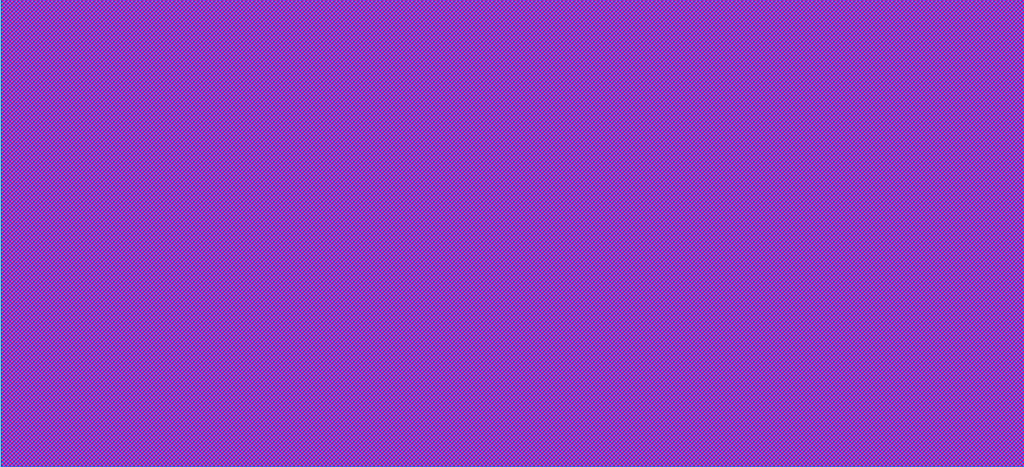
<source format=lef>
VERSION 5.7 ;
  NOWIREEXTENSIONATPIN ON ;
  DIVIDERCHAR "/" ;
  BUSBITCHARS "[]" ;
MACRO mabrains_logo
  CLASS BLOCK ;
  FOREIGN mabrains_logo ;
  ORIGIN 0.000 0.000 ;
  SIZE 447.035 BY 203.985 ;
  OBS
      LAYER Metal1 ;
        RECT 0.000 0.000 447.035 203.985 ;
      LAYER Metal2 ;
        RECT 0.000 0.000 447.035 203.985 ;          
      LAYER Metal3 ;
        RECT 0.000 0.000 447.035 203.985 ;  
      LAYER Metal4 ;
        RECT 0.000 0.000 447.035 203.985 ;
      LAYER Metal5 ;
        RECT 0.000 0.000 447.035 203.985 ;
      LAYER via1 ;
        RECT 0.000 0.000 447.035 203.985 ;
      LAYER via2 ;
        RECT 0.000 0.000 447.035 203.985 ;          
      LAYER via3 ;
        RECT 0.000 0.000 447.035 203.985 ;  
      LAYER via4 ;
        RECT 0.000 0.000 447.035 203.985 ;
      LAYER contact ;
        RECT 0.000 0.000 447.035 203.985 ;                   
  END
END mabrains_logo
END LIBRARY

</source>
